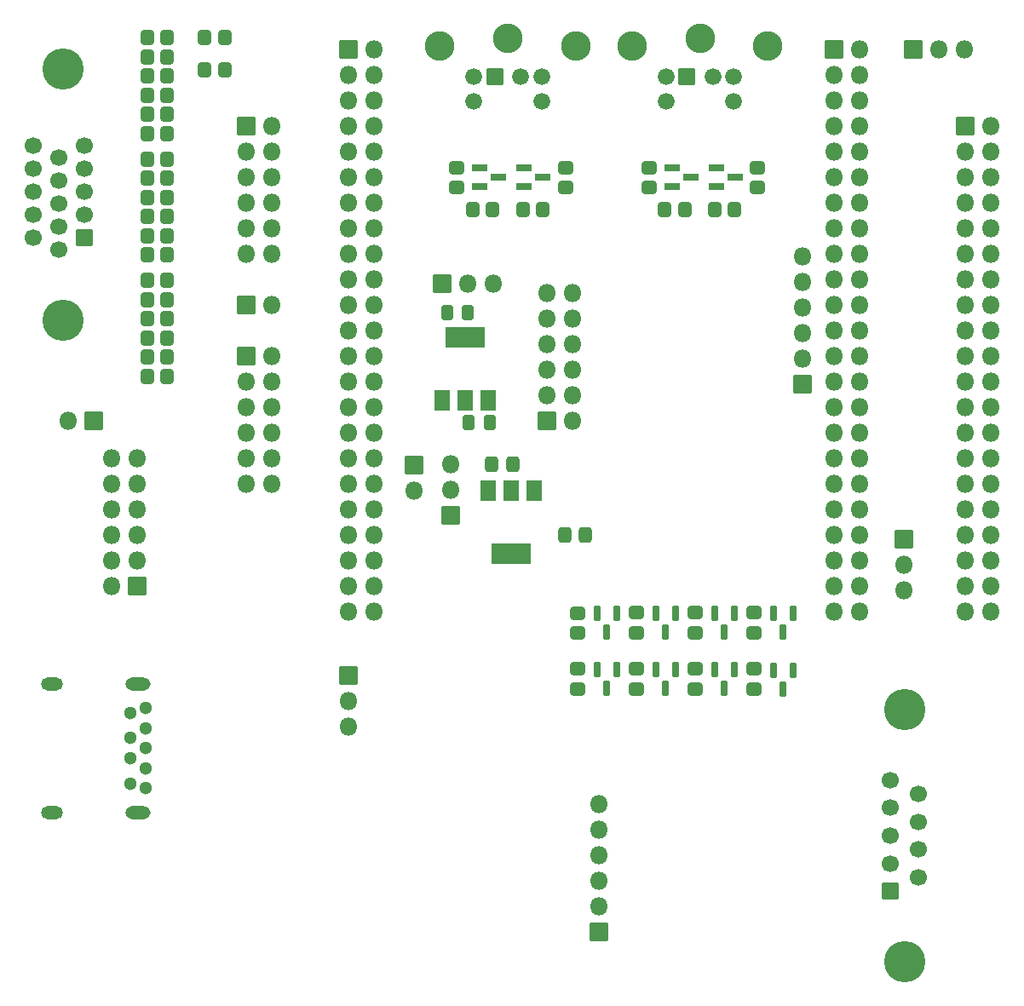
<source format=gbr>
%TF.GenerationSoftware,KiCad,Pcbnew,6.0.0-d3dd2cf0fa~116~ubuntu20.04.1*%
%TF.CreationDate,2022-03-13T21:12:50+01:00*%
%TF.ProjectId,arrow_deca_retro_cape,6172726f-775f-4646-9563-615f72657472,0.71*%
%TF.SameCoordinates,Original*%
%TF.FileFunction,Soldermask,Top*%
%TF.FilePolarity,Negative*%
%FSLAX46Y46*%
G04 Gerber Fmt 4.6, Leading zero omitted, Abs format (unit mm)*
G04 Created by KiCad (PCBNEW 6.0.0-d3dd2cf0fa~116~ubuntu20.04.1) date 2022-03-13 21:12:50*
%MOMM*%
%LPD*%
G01*
G04 APERTURE LIST*
G04 Aperture macros list*
%AMRoundRect*
0 Rectangle with rounded corners*
0 $1 Rounding radius*
0 $2 $3 $4 $5 $6 $7 $8 $9 X,Y pos of 4 corners*
0 Add a 4 corners polygon primitive as box body*
4,1,4,$2,$3,$4,$5,$6,$7,$8,$9,$2,$3,0*
0 Add four circle primitives for the rounded corners*
1,1,$1+$1,$2,$3*
1,1,$1+$1,$4,$5*
1,1,$1+$1,$6,$7*
1,1,$1+$1,$8,$9*
0 Add four rect primitives between the rounded corners*
20,1,$1+$1,$2,$3,$4,$5,0*
20,1,$1+$1,$4,$5,$6,$7,0*
20,1,$1+$1,$6,$7,$8,$9,0*
20,1,$1+$1,$8,$9,$2,$3,0*%
G04 Aperture macros list end*
%ADD10RoundRect,0.050000X-0.850000X-0.850000X0.850000X-0.850000X0.850000X0.850000X-0.850000X0.850000X0*%
%ADD11O,1.800000X1.800000*%
%ADD12RoundRect,0.050000X0.750000X-1.000000X0.750000X1.000000X-0.750000X1.000000X-0.750000X-1.000000X0*%
%ADD13RoundRect,0.050000X1.900000X-1.000000X1.900000X1.000000X-1.900000X1.000000X-1.900000X-1.000000X0*%
%ADD14RoundRect,0.300000X0.325000X0.450000X-0.325000X0.450000X-0.325000X-0.450000X0.325000X-0.450000X0*%
%ADD15RoundRect,0.050000X0.850000X-0.850000X0.850000X0.850000X-0.850000X0.850000X-0.850000X-0.850000X0*%
%ADD16RoundRect,0.300000X0.350000X0.450000X-0.350000X0.450000X-0.350000X-0.450000X0.350000X-0.450000X0*%
%ADD17RoundRect,0.300000X-0.450000X0.350000X-0.450000X-0.350000X0.450000X-0.350000X0.450000X0.350000X0*%
%ADD18C,4.100000*%
%ADD19RoundRect,0.050000X-0.800000X0.800000X-0.800000X-0.800000X0.800000X-0.800000X0.800000X0.800000X0*%
%ADD20C,1.700000*%
%ADD21RoundRect,0.050000X0.850000X0.850000X-0.850000X0.850000X-0.850000X-0.850000X0.850000X-0.850000X0*%
%ADD22RoundRect,0.200000X-0.150000X0.587500X-0.150000X-0.587500X0.150000X-0.587500X0.150000X0.587500X0*%
%ADD23C,1.300000*%
%ADD24O,2.500000X1.300000*%
%ADD25O,2.200000X1.300000*%
%ADD26RoundRect,0.200000X-0.587500X-0.150000X0.587500X-0.150000X0.587500X0.150000X-0.587500X0.150000X0*%
%ADD27RoundRect,0.050800X-0.787400X-0.787400X0.787400X-0.787400X0.787400X0.787400X-0.787400X0.787400X0*%
%ADD28C,1.676400*%
%ADD29C,2.946400*%
%ADD30RoundRect,0.050000X-0.750000X1.000000X-0.750000X-1.000000X0.750000X-1.000000X0.750000X1.000000X0*%
%ADD31RoundRect,0.050000X-1.900000X1.000000X-1.900000X-1.000000X1.900000X-1.000000X1.900000X1.000000X0*%
%ADD32RoundRect,0.300000X-0.350000X-0.450000X0.350000X-0.450000X0.350000X0.450000X-0.350000X0.450000X0*%
%ADD33RoundRect,0.050000X0.800000X-0.800000X0.800000X0.800000X-0.800000X0.800000X-0.800000X-0.800000X0*%
%ADD34RoundRect,0.300000X-0.337500X-0.475000X0.337500X-0.475000X0.337500X0.475000X-0.337500X0.475000X0*%
%ADD35RoundRect,0.050000X-0.850000X0.850000X-0.850000X-0.850000X0.850000X-0.850000X0.850000X0.850000X0*%
G04 APERTURE END LIST*
D10*
%TO.C,J9*%
X116825331Y-45645000D03*
D11*
X119365331Y-45645000D03*
X116825331Y-48185000D03*
X119365331Y-48185000D03*
X116825331Y-50725000D03*
X119365331Y-50725000D03*
X116825331Y-53265000D03*
X119365331Y-53265000D03*
X116825331Y-55805000D03*
X119365331Y-55805000D03*
X116825331Y-58345000D03*
X119365331Y-58345000D03*
X116825331Y-60885000D03*
X119365331Y-60885000D03*
X116825331Y-63425000D03*
X119365331Y-63425000D03*
X116825331Y-65965000D03*
X119365331Y-65965000D03*
X116825331Y-68505000D03*
X119365331Y-68505000D03*
X116825331Y-71045000D03*
X119365331Y-71045000D03*
X116825331Y-73585000D03*
X119365331Y-73585000D03*
X116825331Y-76125000D03*
X119365331Y-76125000D03*
X116825331Y-78665000D03*
X119365331Y-78665000D03*
X116825331Y-81205000D03*
X119365331Y-81205000D03*
X116825331Y-83745000D03*
X119365331Y-83745000D03*
X116825331Y-86285000D03*
X119365331Y-86285000D03*
X116825331Y-88825000D03*
X119365331Y-88825000D03*
X116825331Y-91365000D03*
X119365331Y-91365000D03*
X116825331Y-93905000D03*
X119365331Y-93905000D03*
X116825331Y-96445000D03*
X119365331Y-96445000D03*
X116825331Y-98985000D03*
X119365331Y-98985000D03*
X116825331Y-101525000D03*
X119365331Y-101525000D03*
%TD*%
D10*
%TO.C,J8*%
X165085331Y-45645000D03*
D11*
X167625331Y-45645000D03*
X165085331Y-48185000D03*
X167625331Y-48185000D03*
X165085331Y-50725000D03*
X167625331Y-50725000D03*
X165085331Y-53265000D03*
X167625331Y-53265000D03*
X165085331Y-55805000D03*
X167625331Y-55805000D03*
X165085331Y-58345000D03*
X167625331Y-58345000D03*
X165085331Y-60885000D03*
X167625331Y-60885000D03*
X165085331Y-63425000D03*
X167625331Y-63425000D03*
X165085331Y-65965000D03*
X167625331Y-65965000D03*
X165085331Y-68505000D03*
X167625331Y-68505000D03*
X165085331Y-71045000D03*
X167625331Y-71045000D03*
X165085331Y-73585000D03*
X167625331Y-73585000D03*
X165085331Y-76125000D03*
X167625331Y-76125000D03*
X165085331Y-78665000D03*
X167625331Y-78665000D03*
X165085331Y-81205000D03*
X167625331Y-81205000D03*
X165085331Y-83745000D03*
X167625331Y-83745000D03*
X165085331Y-86285000D03*
X167625331Y-86285000D03*
X165085331Y-88825000D03*
X167625331Y-88825000D03*
X165085331Y-91365000D03*
X167625331Y-91365000D03*
X165085331Y-93905000D03*
X167625331Y-93905000D03*
X165085331Y-96445000D03*
X167625331Y-96445000D03*
X165085331Y-98985000D03*
X167625331Y-98985000D03*
X165085331Y-101525000D03*
X167625331Y-101525000D03*
%TD*%
D12*
%TO.C,U4*%
X126082331Y-80520000D03*
D13*
X128382331Y-74220000D03*
D12*
X128382331Y-80520000D03*
X130682331Y-80520000D03*
%TD*%
D14*
%TO.C,C18*%
X130818331Y-82729000D03*
X128768331Y-82729000D03*
%TD*%
D15*
%TO.C,JP2*%
X126096331Y-68886000D03*
D11*
X128636331Y-68886000D03*
X131176331Y-68886000D03*
%TD*%
D14*
%TO.C,C19*%
X128636331Y-71807000D03*
X126586331Y-71807000D03*
%TD*%
D16*
%TO.C,R29*%
X98790000Y-76200000D03*
X96790000Y-76200000D03*
%TD*%
%TO.C,R31*%
X98790000Y-56515000D03*
X96790000Y-56515000D03*
%TD*%
D10*
%TO.C,J20*%
X95808800Y-98958400D03*
D11*
X95808800Y-96418400D03*
X95808800Y-93878400D03*
X95808800Y-91338400D03*
X95808800Y-88798400D03*
X95808800Y-86258400D03*
X93268800Y-98958400D03*
X93268800Y-96418400D03*
X93268800Y-93878400D03*
X93268800Y-91338400D03*
X93268800Y-88798400D03*
X93268800Y-86258400D03*
%TD*%
D17*
%TO.C,R13*%
X139573000Y-101632000D03*
X139573000Y-103632000D03*
%TD*%
D16*
%TO.C,R19*%
X98790000Y-44450000D03*
X96790000Y-44450000D03*
%TD*%
D18*
%TO.C,J1*%
X88475600Y-47548600D03*
X88475600Y-72548600D03*
D19*
X90525600Y-64363600D03*
D20*
X90525600Y-62073600D03*
X90525600Y-59783600D03*
X90525600Y-57493600D03*
X90525600Y-55203600D03*
X87985600Y-65508600D03*
X87985600Y-63218600D03*
X87985600Y-60928600D03*
X87985600Y-58638600D03*
X87985600Y-56348600D03*
X85445600Y-64363600D03*
X85445600Y-62073600D03*
X85445600Y-59783600D03*
X85445600Y-57493600D03*
X85445600Y-55203600D03*
%TD*%
D21*
%TO.C,J16*%
X141730331Y-133351200D03*
D11*
X141730331Y-130811200D03*
X141730331Y-128271200D03*
X141730331Y-125731200D03*
X141730331Y-123191200D03*
X141730331Y-120651200D03*
%TD*%
D17*
%TO.C,R5*%
X146670331Y-57345000D03*
X146670331Y-59345000D03*
%TD*%
D22*
%TO.C,D5*%
X155128000Y-101678500D03*
X153228000Y-101678500D03*
X154178000Y-103553500D03*
%TD*%
%TO.C,D11*%
X160970000Y-101678500D03*
X159070000Y-101678500D03*
X160020000Y-103553500D03*
%TD*%
D23*
%TO.C,J21*%
X95108331Y-111558000D03*
X95108331Y-114058000D03*
X95108331Y-116058000D03*
X95108331Y-118558000D03*
X96608331Y-119058000D03*
X96608331Y-117058000D03*
X96608331Y-115058000D03*
X96608331Y-113058000D03*
X96608331Y-111058000D03*
D24*
X95858331Y-121458000D03*
D25*
X87358331Y-121458000D03*
D24*
X95858331Y-108658000D03*
D25*
X87358331Y-108658000D03*
%TD*%
D16*
%TO.C,R3*%
X136128000Y-61520000D03*
X134128000Y-61520000D03*
%TD*%
D22*
%TO.C,D8*%
X149286000Y-101678500D03*
X147386000Y-101678500D03*
X148336000Y-103553500D03*
%TD*%
D26*
%TO.C,D4*%
X148946231Y-57340400D03*
X148946231Y-59240400D03*
X150821231Y-58290400D03*
%TD*%
D21*
%TO.C,J10*%
X136525000Y-82550000D03*
D11*
X139065000Y-82550000D03*
X136525000Y-80010000D03*
X139065000Y-80010000D03*
X136525000Y-77470000D03*
X139065000Y-77470000D03*
X136525000Y-74930000D03*
X139065000Y-74930000D03*
X136525000Y-72390000D03*
X139065000Y-72390000D03*
X136525000Y-69850000D03*
X139065000Y-69850000D03*
%TD*%
D16*
%TO.C,R35*%
X98790000Y-64135000D03*
X96790000Y-64135000D03*
%TD*%
D10*
%TO.C,J11*%
X106665331Y-53265000D03*
D11*
X106665331Y-55805000D03*
X106665331Y-58345000D03*
X106665331Y-60885000D03*
X106665331Y-63425000D03*
X106665331Y-65965000D03*
X109205331Y-53265000D03*
X109205331Y-55805000D03*
X109205331Y-58345000D03*
X109205331Y-60885000D03*
X109205331Y-63425000D03*
X109205331Y-65965000D03*
%TD*%
D22*
%TO.C,D10*%
X160970000Y-107329000D03*
X159070000Y-107329000D03*
X160020000Y-109204000D03*
%TD*%
D17*
%TO.C,R12*%
X157099000Y-101615000D03*
X157099000Y-103615000D03*
%TD*%
%TO.C,R15*%
X157099000Y-107188000D03*
X157099000Y-109188000D03*
%TD*%
D16*
%TO.C,R30*%
X98790000Y-78105000D03*
X96790000Y-78105000D03*
%TD*%
D26*
%TO.C,D3*%
X153346231Y-57340400D03*
X153346231Y-59240400D03*
X155221231Y-58290400D03*
%TD*%
D17*
%TO.C,R16*%
X139573000Y-107204000D03*
X139573000Y-109204000D03*
%TD*%
D16*
%TO.C,R18*%
X104505000Y-47625000D03*
X102505000Y-47625000D03*
%TD*%
%TO.C,R32*%
X98790000Y-58420000D03*
X96790000Y-58420000D03*
%TD*%
D27*
%TO.C,J5*%
X131344531Y-48312000D03*
D28*
X133935331Y-48312000D03*
X129287131Y-48312000D03*
X135992731Y-48312000D03*
X129287131Y-50801200D03*
X135992731Y-50801200D03*
D29*
X125883531Y-45314800D03*
X132639931Y-44502000D03*
X139396331Y-45314800D03*
%TD*%
D30*
%TO.C,U5*%
X135267331Y-89434200D03*
D31*
X132967331Y-95734200D03*
D30*
X132967331Y-89434200D03*
X130667331Y-89434200D03*
%TD*%
D16*
%TO.C,R27*%
X98790000Y-72390000D03*
X96790000Y-72390000D03*
%TD*%
%TO.C,R23*%
X98790000Y-52070000D03*
X96790000Y-52070000D03*
%TD*%
D32*
%TO.C,R4*%
X129125331Y-61520000D03*
X131125331Y-61520000D03*
%TD*%
D17*
%TO.C,R10*%
X145415000Y-107188000D03*
X145415000Y-109188000D03*
%TD*%
%TO.C,R14*%
X145415000Y-101617000D03*
X145415000Y-103617000D03*
%TD*%
D22*
%TO.C,D7*%
X149286000Y-107250500D03*
X147386000Y-107250500D03*
X148336000Y-109125500D03*
%TD*%
D17*
%TO.C,R9*%
X151257000Y-101616000D03*
X151257000Y-103616000D03*
%TD*%
D16*
%TO.C,R26*%
X98790000Y-70485000D03*
X96790000Y-70485000D03*
%TD*%
%TO.C,R33*%
X98790000Y-60325000D03*
X96790000Y-60325000D03*
%TD*%
%TO.C,R22*%
X98790000Y-50165000D03*
X96790000Y-50165000D03*
%TD*%
D10*
%TO.C,J14*%
X123340331Y-86889200D03*
D11*
X123340331Y-89429200D03*
%TD*%
D32*
%TO.C,R8*%
X148210331Y-61520000D03*
X150210331Y-61520000D03*
%TD*%
D27*
%TO.C,J19*%
X150429531Y-48312000D03*
D28*
X153020331Y-48312000D03*
X148372131Y-48312000D03*
X155077731Y-48312000D03*
X148372131Y-50801200D03*
X155077731Y-50801200D03*
D29*
X144968531Y-45314800D03*
X151724931Y-44502000D03*
X158481331Y-45314800D03*
%TD*%
D26*
%TO.C,D2*%
X129861231Y-57340400D03*
X129861231Y-59240400D03*
X131736231Y-58290400D03*
%TD*%
D15*
%TO.C,J15*%
X172972331Y-45594200D03*
D11*
X175512331Y-45594200D03*
X178052331Y-45594200D03*
%TD*%
D18*
%TO.C,J4*%
X172059669Y-136260000D03*
X172059669Y-111260000D03*
D33*
X170639669Y-129300000D03*
D20*
X170639669Y-126530000D03*
X170639669Y-123760000D03*
X170639669Y-120990000D03*
X170639669Y-118220000D03*
X173479669Y-127915000D03*
X173479669Y-125145000D03*
X173479669Y-122375000D03*
X173479669Y-119605000D03*
%TD*%
D16*
%TO.C,R20*%
X98790000Y-46355000D03*
X96790000Y-46355000D03*
%TD*%
D22*
%TO.C,D12*%
X143444000Y-107250500D03*
X141544000Y-107250500D03*
X142494000Y-109125500D03*
%TD*%
D16*
%TO.C,R7*%
X155178000Y-61520000D03*
X153178000Y-61520000D03*
%TD*%
%TO.C,R24*%
X98790000Y-53975000D03*
X96790000Y-53975000D03*
%TD*%
D17*
%TO.C,R2*%
X138380331Y-57345000D03*
X138380331Y-59345000D03*
%TD*%
D21*
%TO.C,J18*%
X126998331Y-91934200D03*
D11*
X126998331Y-89394200D03*
X126998331Y-86854200D03*
%TD*%
D15*
%TO.C,J17*%
X106665331Y-71045000D03*
D11*
X109205331Y-71045000D03*
%TD*%
D10*
%TO.C,J22*%
X116825331Y-107875000D03*
D11*
X116825331Y-110415000D03*
X116825331Y-112955000D03*
%TD*%
D34*
%TO.C,C21*%
X138281500Y-93853000D03*
X140356500Y-93853000D03*
%TD*%
D10*
%TO.C,J12*%
X106665331Y-76125000D03*
D11*
X106665331Y-78665000D03*
X106665331Y-81205000D03*
X106665331Y-83745000D03*
X106665331Y-86285000D03*
X106665331Y-88825000D03*
X109205331Y-76125000D03*
X109205331Y-78665000D03*
X109205331Y-81205000D03*
X109205331Y-83745000D03*
X109205331Y-86285000D03*
X109205331Y-88825000D03*
%TD*%
D16*
%TO.C,R21*%
X98790000Y-48260000D03*
X96790000Y-48260000D03*
%TD*%
D35*
%TO.C,JP1*%
X91445000Y-82550000D03*
D11*
X88905000Y-82550000D03*
%TD*%
D16*
%TO.C,R28*%
X98790000Y-74295000D03*
X96790000Y-74295000D03*
%TD*%
D17*
%TO.C,R1*%
X127585331Y-57345000D03*
X127585331Y-59345000D03*
%TD*%
D22*
%TO.C,D9*%
X155128000Y-107250500D03*
X153228000Y-107250500D03*
X154178000Y-109125500D03*
%TD*%
D26*
%TO.C,D1*%
X134261231Y-57340400D03*
X134261231Y-59240400D03*
X136136231Y-58290400D03*
%TD*%
D21*
%TO.C,J3*%
X161910331Y-78919000D03*
D11*
X161910331Y-76379000D03*
X161910331Y-73839000D03*
X161910331Y-71299000D03*
X161910331Y-68759000D03*
X161910331Y-66219000D03*
%TD*%
D16*
%TO.C,R17*%
X104505000Y-44450000D03*
X102505000Y-44450000D03*
%TD*%
D34*
%TO.C,C20*%
X131040831Y-86869200D03*
X133115831Y-86869200D03*
%TD*%
D17*
%TO.C,R6*%
X157465331Y-57345000D03*
X157465331Y-59345000D03*
%TD*%
D16*
%TO.C,R25*%
X98790000Y-68580000D03*
X96790000Y-68580000D03*
%TD*%
D22*
%TO.C,D6*%
X143444000Y-101678500D03*
X141544000Y-101678500D03*
X142494000Y-103553500D03*
%TD*%
D17*
%TO.C,R11*%
X151257000Y-107172000D03*
X151257000Y-109172000D03*
%TD*%
D16*
%TO.C,R36*%
X98790000Y-66040000D03*
X96790000Y-66040000D03*
%TD*%
D10*
%TO.C,J7*%
X172028516Y-94285000D03*
D11*
X172028516Y-96825000D03*
X172028516Y-99365000D03*
%TD*%
D10*
%TO.C,J6*%
X178123516Y-53265000D03*
D11*
X180663516Y-53265000D03*
X178123516Y-55805000D03*
X180663516Y-55805000D03*
X178123516Y-58345000D03*
X180663516Y-58345000D03*
X178123516Y-60885000D03*
X180663516Y-60885000D03*
X178123516Y-63425000D03*
X180663516Y-63425000D03*
X178123516Y-65965000D03*
X180663516Y-65965000D03*
X178123516Y-68505000D03*
X180663516Y-68505000D03*
X178123516Y-71045000D03*
X180663516Y-71045000D03*
X178123516Y-73585000D03*
X180663516Y-73585000D03*
X178123516Y-76125000D03*
X180663516Y-76125000D03*
X178123516Y-78665000D03*
X180663516Y-78665000D03*
X178123516Y-81205000D03*
X180663516Y-81205000D03*
X178123516Y-83745000D03*
X180663516Y-83745000D03*
X178123516Y-86285000D03*
X180663516Y-86285000D03*
X178123516Y-88825000D03*
X180663516Y-88825000D03*
X178123516Y-91365000D03*
X180663516Y-91365000D03*
X178123516Y-93905000D03*
X180663516Y-93905000D03*
X178123516Y-96445000D03*
X180663516Y-96445000D03*
X178123516Y-98985000D03*
X180663516Y-98985000D03*
X178123516Y-101525000D03*
X180663516Y-101525000D03*
%TD*%
D16*
%TO.C,R34*%
X98790000Y-62230000D03*
X96790000Y-62230000D03*
%TD*%
M02*

</source>
